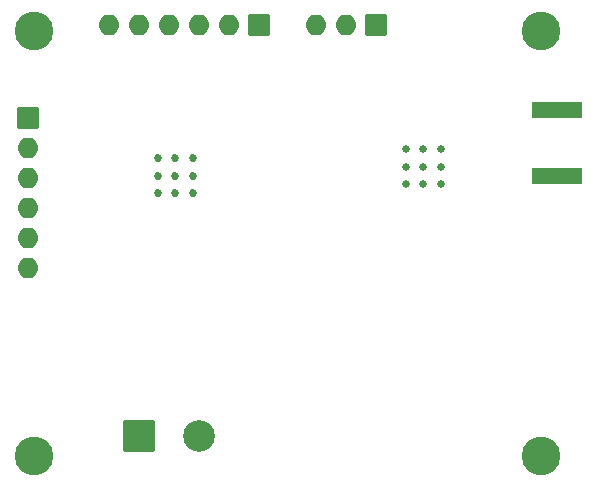
<source format=gbs>
%TF.GenerationSoftware,KiCad,Pcbnew,5.99.0-unknown-c5e195bdff~131~ubuntu20.04.1*%
%TF.CreationDate,2021-08-04T16:13:58-04:00*%
%TF.ProjectId,openlst-hw,6f70656e-6c73-4742-9d68-772e6b696361,rev?*%
%TF.SameCoordinates,Original*%
%TF.FileFunction,Soldermask,Bot*%
%TF.FilePolarity,Negative*%
%FSLAX46Y46*%
G04 Gerber Fmt 4.6, Leading zero omitted, Abs format (unit mm)*
G04 Created by KiCad (PCBNEW 5.99.0-unknown-c5e195bdff~131~ubuntu20.04.1) date 2021-08-04 16:13:58*
%MOMM*%
%LPD*%
G01*
G04 APERTURE LIST*
G04 Aperture macros list*
%AMRoundRect*
0 Rectangle with rounded corners*
0 $1 Rounding radius*
0 $2 $3 $4 $5 $6 $7 $8 $9 X,Y pos of 4 corners*
0 Add a 4 corners polygon primitive as box body*
4,1,4,$2,$3,$4,$5,$6,$7,$8,$9,$2,$3,0*
0 Add four circle primitives for the rounded corners*
1,1,$1+$1,$2,$3*
1,1,$1+$1,$4,$5*
1,1,$1+$1,$6,$7*
1,1,$1+$1,$8,$9*
0 Add four rect primitives between the rounded corners*
20,1,$1+$1,$2,$3,$4,$5,0*
20,1,$1+$1,$4,$5,$6,$7,0*
20,1,$1+$1,$6,$7,$8,$9,0*
20,1,$1+$1,$8,$9,$2,$3,0*%
G04 Aperture macros list end*
%ADD10RoundRect,0.038100X-0.850000X-0.850000X0.850000X-0.850000X0.850000X0.850000X-0.850000X0.850000X0*%
%ADD11O,1.776200X1.776200*%
%ADD12RoundRect,0.038100X-0.850000X0.850000X-0.850000X-0.850000X0.850000X-0.850000X0.850000X0.850000X0*%
%ADD13C,3.276200*%
%ADD14C,0.685800*%
%ADD15C,0.635000*%
%ADD16RoundRect,0.038100X-1.300000X-1.300000X1.300000X-1.300000X1.300000X1.300000X-1.300000X1.300000X0*%
%ADD17C,2.676200*%
%ADD18RoundRect,0.038100X2.100000X-0.675000X2.100000X0.675000X-2.100000X0.675000X-2.100000X-0.675000X0*%
G04 APERTURE END LIST*
D10*
%TO.C,J4*%
X140342000Y-83274000D03*
D11*
X140342000Y-85814000D03*
X140342000Y-88354000D03*
X140342000Y-90894000D03*
X140342000Y-93434000D03*
X140342000Y-95974000D03*
%TD*%
D12*
%TO.C,J3*%
X159900000Y-75400000D03*
D11*
X157360000Y-75400000D03*
X154820000Y-75400000D03*
X152280000Y-75400000D03*
X149740000Y-75400000D03*
X147200000Y-75400000D03*
%TD*%
D12*
%TO.C,J5*%
X169806000Y-75400000D03*
D11*
X167266000Y-75400000D03*
X164726000Y-75400000D03*
%TD*%
D13*
%TO.C,H3*%
X183800000Y-75900000D03*
%TD*%
D14*
%TO.C,U2*%
X154300000Y-88150000D03*
X152800000Y-86650000D03*
X151300000Y-89650000D03*
X151300000Y-86650000D03*
X152800000Y-89650000D03*
X154300000Y-86650000D03*
X152800000Y-88150000D03*
X154300000Y-89650000D03*
X151300000Y-88150000D03*
%TD*%
D15*
%TO.C,U9*%
X173800000Y-85900000D03*
X175300000Y-88900000D03*
X175300000Y-87400000D03*
X173800000Y-87400000D03*
X172300000Y-88900000D03*
X173800000Y-88900000D03*
X172300000Y-87400000D03*
X172300000Y-85900000D03*
X175300000Y-85900000D03*
%TD*%
D16*
%TO.C,J1*%
X149755000Y-110205000D03*
D17*
X154835000Y-110205000D03*
%TD*%
D13*
%TO.C,H2*%
X183800000Y-111900000D03*
%TD*%
D18*
%TO.C,J6*%
X185137500Y-88225000D03*
X185137500Y-82575000D03*
%TD*%
D13*
%TO.C,H1*%
X140800000Y-111900000D03*
%TD*%
%TO.C,H4*%
X140800000Y-75900000D03*
%TD*%
M02*

</source>
